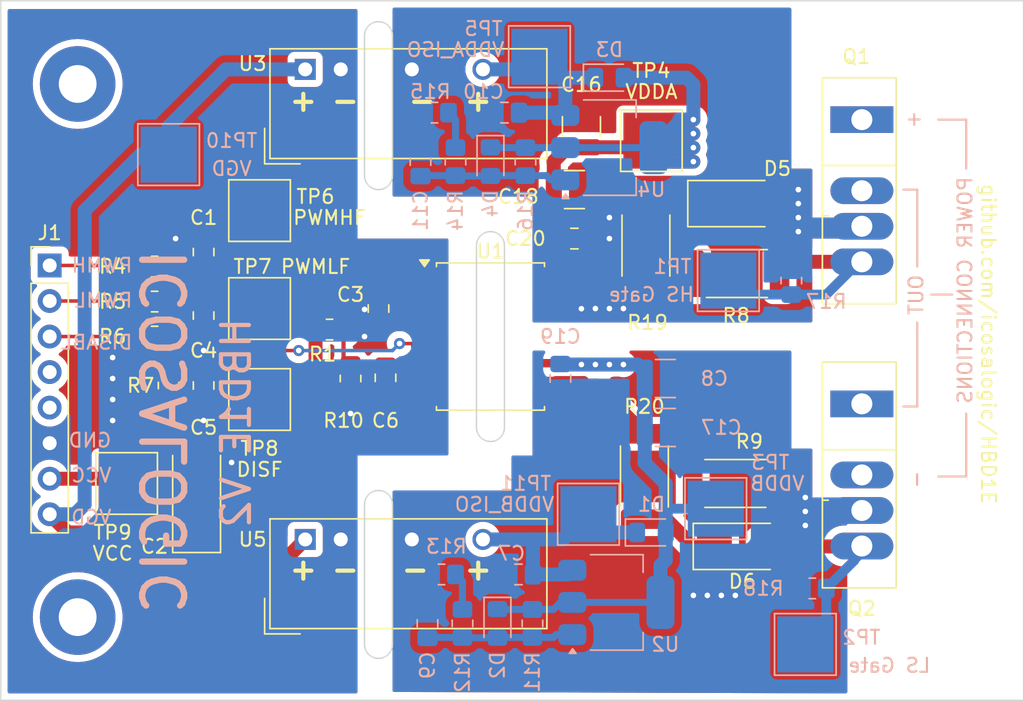
<source format=kicad_pcb>
(kicad_pcb (version 20240108) (generator "pcbnew") (generator_version "8.0")
  (layers (0 "F.Cu" signal) (31 "B.Cu" signal) (34 "B.Paste" user) (35 "F.Paste" user) (36 "B.SilkS" user "B.Silkscreen") (37 "F.SilkS" user "F.Silkscreen") (38 "B.Mask" user) (39 "F.Mask" user) (44 "Edge.Cuts" user))
  (net 0 "")
  (net 1 "GND")
  (net 2 "PWMHF")
  (net 3 "Vcc")
  (net 4 "PWMLF")
  (net 5 "DisableF")
  (net 6 "Net-(U1-DT)")
  (net 7 "Vgd")
  (net 8 "VDDB")
  (net 9 "Net-(D2-A)")
  (net 10 "Line Out")
  (net 11 "Net-(D3-K)")
  (net 12 "Net-(D4-A)")
  (net 13 "VDDA")
  (net 14 "Net-(D5-K)")
  (net 15 "Net-(D6-K)")
  (net 16 "PWML")
  (net 17 "Disable")
  (net 18 "PWMH")
  (net 19 "Unused1")
  (net 20 "Batt High")
  (net 21 "OUTA")
  (net 22 "OUTB")
  (net 23 "Net-(R12-Pad1)")
  (net 24 "Net-(R14-Pad1)")
  (net 26 "Net-(D1-K)")
  (net 27 "VSSB")
  (net 28 "Unused2")
  (net 29 "VSSA")
  (net 30 "Batt Low")
  (net 31 "GateA")
  (net 32 "GateB")
  (footprint "TestPoint:TestPoint_Pad_4.0x4.0mm" (layer "F.Cu") (at 85 50.5)
    (property "Reference" "TP4")
    (property "Value" "VDDA")
  )
  (footprint "MountingHole:MountingHole_2.7mm_M2.5_Pad_TopBottom" (layer "F.Cu") (at 44 84.55)
    (property "Reference" "H2" (hide yes))
    (property "Value" "MountingHole" (hide yes))
  )
  (footprint "Package_TO_SOT_THT:TO-247-4_Vertical" (layer "F.Cu") (at 100.04 49 -90)
    (property "Reference" "Q1")
    (property "Value" "C3M0030090K" (hide yes))
  )
  (footprint "Capacitor_SMD:C_0805_2012Metric_Pad1.18x1.45mm_HandSolder" (layer "F.Cu") (at 53 68 -90)
    (property "Reference" "C5")
    (property "Value" "1nF" (hide yes))
  )
  (footprint "Capacitor_Tantalum_SMD:CP_EIA-6032-20_AVX-F_Pad2.25x2.35mm_HandSolder" (layer "F.Cu") (at 52.5 76 90)
    (property "Reference" "C2")
    (property "Value" "2.2uF" (hide yes))
  )
  (footprint "Resistor_SMD:R_0805_2012Metric_Pad1.20x1.40mm_HandSolder" (layer "F.Cu") (at 49.5 64.5 180)
    (property "Reference" "R6")
    (property "Value" "47" (hide yes))
  )
  (footprint "Package_TO_SOT_THT:TO-247-4_Vertical" (layer "F.Cu") (at 100.04 69.31 -90)
    (property "Reference" "Q2")
    (property "Value" "C3M0030090K" (hide yes))
  )
  (footprint "MountingHole:MountingHole_2.7mm_M2.5_Pad_TopBottom" (layer "F.Cu") (at 44 46.45)
    (property "Reference" "H1" (hide yes))
    (property "Value" "MountingHole" (hide yes))
  )
  (footprint "Diode_SMD:D_SMA" (layer "F.Cu") (at 91.11 55)
    (property "Reference" "D5")
    (property "Value" "US1B" (hide yes))
  )
  (footprint "TestPoint:TestPoint_Pad_4.0x4.0mm" (layer "F.Cu") (at 47.5 75)
    (property "Reference" "TP9")
    (property "Value" "VCC")
  )
  (footprint "TestPoint:TestPoint_Pad_4.0x4.0mm" (layer "F.Cu") (at 57 55.5)
    (property "Reference" "TP6")
    (property "Value" "PWMHF")
  )
  (footprint "Resistor_SMD:R_0805_2012Metric_Pad1.20x1.40mm_HandSolder" (layer "F.Cu") (at 49.5 62 180)
    (property "Reference" "R5")
    (property "Value" "47" (hide yes))
  )
  (footprint "Resistor_SMD:R_2512_6332Metric_Pad1.40x3.35mm_HandSolder" (layer "F.Cu") (at 91 75 180)
    (property "Reference" "R9")
    (property "Value" "2" (hide yes))
  )
  (footprint "Diode_SMD:D_SMA" (layer "F.Cu") (at 91.5 79.5)
    (property "Reference" "D6")
    (property "Value" "US1B" (hide yes))
  )
  (footprint "TestPoint:TestPoint_Pad_4.0x4.0mm" (layer "F.Cu") (at 57 62.5)
    (property "Reference" "TP7")
    (property "Value" "PWMLF")
  )
  (footprint "Resistor_SMD:R_2512_6332Metric_Pad1.40x3.35mm_HandSolder" (layer "F.Cu") (at 84.61 58 -90)
    (property "Reference" "R19")
    (property "Value" "2" (hide yes))
  )
  (footprint "Capacitor_SMD:C_0805_2012Metric_Pad1.18x1.45mm_HandSolder" (layer "F.Cu") (at 53 58.4625 90)
    (property "Reference" "C1")
    (property "Value" "33pF" (hide yes))
  )
  (footprint "Capacitor_SMD:C_0805_2012Metric" (layer "F.Cu") (at 66 67.45 90)
    (property "Reference" "C6")
    (property "Value" "2.2nF" (hide yes))
  )
  (footprint "Capacitor_SMD:C_0805_2012Metric_Pad1.18x1.45mm_HandSolder" (layer "F.Cu") (at 53 63 -90)
    (property "Reference" "C4")
    (property "Value" "33pF" (hide yes))
  )
  (footprint "Converter_DCDC:Converter_DCDC_TRACO_TBA2-xxxx_Single_THT" (layer "F.Cu") (at 60.2625 79 90)
    (property "Reference" "U5")
    (property "Value" "3S7B-2424S3UP" (hide yes))
  )
  (footprint "Resistor_SMD:R_0805_2012Metric_Pad1.20x1.40mm_HandSolder" (layer "F.Cu") (at 63.5 67.5 -90)
    (property "Reference" "R10")
    (property "Value" "3.9k" (hide yes))
  )
  (footprint "Capacitor_SMD:C_0805_2012Metric_Pad1.18x1.45mm_HandSolder" (layer "F.Cu") (at 65.5 62.5 -90)
    (property "Reference" "C3")
    (property "Value" "0.1uF" (hide yes))
  )
  (footprint "Capacitor_SMD:C_1210_3225Metric" (layer "F.Cu") (at 80 49.5 90)
    (property "Reference" "C16")
    (property "Value" "4.7uF" (hide yes))
  )
  (footprint "MountingHole:MountingHole_2.7mm" (layer "F.Cu") (at 107.66 84.55)
    (property "Reference" "H4" (hide yes))
    (property "Value" "MountingHole" (hide yes))
  )
  (footprint "Resistor_SMD:R_2512_6332Metric_Pad1.40x3.35mm_HandSolder" (layer "F.Cu") (at 84.5 74.5 90)
    (property "Reference" "R20")
    (property "Value" "2" (hide yes))
  )
  (footprint "Capacitor_SMD:C_1210_3225Metric" (layer "F.Cu") (at 79.5 54)
    (property "Reference" "C18")
    (property "Value" "4.7uF" (hide yes))
  )
  (footprint "MountingHole:MountingHole_2.7mm" (layer "F.Cu") (at 107.66 46.45)
    (property "Reference" "H3" (hide yes))
    (property "Value" "MountingHole" (hide yes))
  )
  (footprint "Connector_PinHeader_2.54mm:PinHeader_1x08_P2.54mm_Vertical" (layer "F.Cu") (at 42 59.42)
    (property "Reference" "J1")
    (property "Value" "Conn_01x08_Male" (hide yes))
  )
  (footprint "Capacitor_SMD:C_0805_2012Metric_Pad1.18x1.45mm_HandSolder" (layer "F.Cu") (at 79.5 57.5)
    (property "Reference" "C20")
    (property "Value" "0.1uF" (hide yes))
  )
  (footprint "HBD1E:SOIC-16W_7.5x10.3mm_P1.27mm_no_pins_12_13" (layer "F.Cu") (at 73.5 64.5)
    (property "Reference" "U1")
    (property "Value" "UCC21520DW")
  )
  (footprint "Converter_DCDC:Converter_DCDC_TRACO_TBA2-xxxx_Single_THT" (layer "F.Cu") (at 60.2625 45.4075 90)
    (property "Reference" "U3")
    (property "Value" "3S7B-2424S3UP" (hide yes))
  )
  (footprint "Resistor_SMD:R_0805_2012Metric_Pad1.20x1.40mm_HandSolder" (layer "F.Cu") (at 50.5 68 -90)
    (property "Reference" "R7")
    (property "Value" "10k" (hide yes))
  )
  (footprint "Resistor_SMD:R_0805_2012Metric_Pad1.20x1.40mm_HandSolder" (layer "F.Cu") (at 62 64 180)
    (property "Reference" "R1")
    (property "Value" "47" (hide yes))
  )
  (footprint "TestPoint:TestPoint_Pad_4.0x4.0mm" (layer "F.Cu") (at 57 69)
    (property "Reference" "TP8")
    (property "Value" "DISF")
  )
  (footprint "Resistor_SMD:R_0805_2012Metric_Pad1.20x1.40mm_HandSolder" (layer "F.Cu") (at 49.5 59.5 180)
    (property "Reference" "R4")
    (property "Value" "47" (hide yes))
  )
  (footprint "Resistor_SMD:R_2512_6332Metric_Pad1.40x3.35mm_HandSolder" (layer "F.Cu") (at 91.11 60 180)
    (property "Reference" "R8")
    (property "Value" "2" (hide yes))
  )
  (footprint "TestPoint:TestPoint_Pad_4.0x4.0mm" (layer "B.Cu") (at 96 86.5 180)
    (property "Reference" "TP2")
    (property "Value" "LS Gate")
  )
  (footprint "TestPoint:TestPoint_Pad_4.0x4.0mm" (layer "B.Cu") (at 90.5 60.5 180)
    (property "Reference" "TP1")
    (property "Value" "HS Gate")
  )
  (footprint "Resistor_SMD:R_0805_2012Metric_Pad1.20x1.40mm_HandSolder" (layer "B.Cu") (at 76.5 85 90)
    (property "Reference" "R11")
    (property "Value" "180" (hide yes))
  )
  (footprint "Resistor_SMD:R_0805_2012Metric_Pad1.20x1.40mm_HandSolder" (layer "B.Cu") (at 71 52 -90)
    (property "Reference" "R14")
    (property "Value" "1.2k" (hide yes))
  )
  (footprint "Capacitor_SMD:C_0805_2012Metric_Pad1.18x1.45mm_HandSolder" (layer "B.Cu") (at 69 85 90)
    (property "Reference" "C9")
    (property "Value" "0.1uF" (hide yes))
  )
  (footprint "Resistor_SMD:R_0805_2012Metric_Pad1.20x1.40mm_HandSolder" (layer "B.Cu") (at 95 60.5 -90)
    (property "Reference" "R17")
    (property "Value" "10k" (hide yes))
  )
  (footprint "Capacitor_SMD:C_0805_2012Metric_Pad1.18x1.45mm_HandSolder" (layer "B.Cu") (at 74.5 48.5 180)
    (property "Reference" "C10")
    (property "Value" "0.1uF" (hide yes))
  )
  (footprint "Resistor_SMD:R_0805_2012Metric_Pad1.20x1.40mm_HandSolder" (layer "B.Cu") (at 70 81.5)
    (property "Reference" "R13")
    (property "Value" "1.21k" (hide yes))
  )
  (footprint "Capacitor_SMD:C_0805_2012Metric_Pad1.18x1.45mm_HandSolder" (layer "B.Cu") (at 75.5 81.5 180)
    (property "Reference" "C7")
    (property "Value" "0.1uF" (hide yes))
  )
  (footprint "Capacitor_SMD:C_0805_2012Metric_Pad1.18x1.45mm_HandSolder" (layer "B.Cu") (at 78.5 67.5 -90)
    (property "Reference" "C19")
    (property "Value" "0.1uF" (hide yes))
  )
  (footprint "Resistor_SMD:R_0805_2012Metric_Pad1.20x1.40mm_HandSolder" (layer "B.Cu") (at 96.5 82.5)
    (property "Reference" "R18")
    (property "Value" "10k" (hide yes))
  )
  (footprint "Package_TO_SOT_SMD:SOT-223-3_TabPin2" (layer "B.Cu") (at 82.5 83.5)
    (property "Reference" "U2")
    (property "Value" "LM317_SOT-223" (hide yes))
  )
  (footprint "Capacitor_SMD:C_1210_3225Metric" (layer "B.Cu") (at 86 71)
    (property "Reference" "C17")
    (property "Value" "4.7uF" (hide yes))
  )
  (footprint "Diode_SMD:D_0805_2012Metric_Pad1.15x1.40mm_HandSolder" (layer "B.Cu") (at 73.5 52 -90)
    (property "Reference" "D4")
    (property "Value" "US1B" (hide yes))
  )
  (footprint "TestPoint:TestPoint_Pad_4.0x4.0mm" (layer "B.Cu") (at 50.5 51.5 180)
    (property "Reference" "TP10")
    (property "Value" "VGD")
  )
  (footprint "Resistor_SMD:R_0805_2012Metric_Pad1.20x1.40mm_HandSolder" (layer "B.Cu") (at 69.5 48.5)
    (property "Reference" "R15")
    (property "Value" "1.21k" (hide yes))
  )
  (footprint "Resistor_SMD:R_0805_2012Metric_Pad1.20x1.40mm_HandSolder" (layer "B.Cu") (at 76 52 90)
    (property "Reference" "R16")
    (property "Value" "180" (hide yes))
  )
  (footprint "Diode_SMD:D_0805_2012Metric_Pad1.15x1.40mm_HandSolder" (layer "B.Cu") (at 85 78.5)
    (property "Reference" "D1")
    (property "Value" "US1B" (hide yes))
  )
  (footprint "Package_TO_SOT_SMD:SOT-223-3_TabPin2" (layer "B.Cu") (at 82 51)
    (property "Reference" "U4")
    (property "Value" "LM317_SOT-223" (hide yes))
  )
  (footprint "TestPoint:TestPoint_Pad_4.0x4.0mm" (layer "B.Cu") (at 77 44.5 180)
    (property "Reference" "TP5")
    (property "Value" "VDDA_ISO")
  )
  (footprint "Capacitor_SMD:C_1210_3225Metric" (layer "B.Cu") (at 86 67.5)
    (property "Reference" "C8")
    (property "Value" "4.7uF" (hide yes))
  )
  (footprint "Diode_SMD:D_0805_2012Metric_Pad1.15x1.40mm_HandSolder" (layer "B.Cu") (at 82 46)
    (property "Reference" "D3")
    (property "Value" "US1B" (hide yes))
  )
  (footprint "Resistor_SMD:R_0805_2012Metric_Pad1.20x1.40mm_HandSolder" (layer "B.Cu") (at 71.5 85 -90)
    (property "Reference" "R12")
    (property "Value" "1.2k" (hide yes))
  )
  (footprint "Diode_SMD:D_0805_2012Metric_Pad1.15x1.40mm_HandSolder" (layer "B.Cu") (at 74 85 -90)
    (property "Reference" "D2")
    (property "Value" "US1B" (hide yes))
  )
  (footprint "TestPoint:TestPoint_Pad_4.0x4.0mm" (layer "B.Cu") (at 89.6 76.8 180)
    (property "Reference" "TP3")
    (property "Value" "VDDB")
  )
  (footprint "Capacitor_SMD:C_0805_2012Metric_Pad1.18x1.45mm_HandSolder" (layer "B.Cu") (at 68.5 52 90)
    (property "Reference" "C11")
    (property "Value" "0.1uF" (hide yes))
  )
  (footprint "TestPoint:TestPoint_Pad_4.0x4.0mm" (layer "B.Cu") (at 80.5 77.2 180)
    (property "Reference" "TP11")
    (property "Value" "VDDB_ISO")
  )
  (gr_line (start 104 54) (end 103 54) (stroke (width 0.15)) (layer "B.SilkS"))
  (gr_line (start 107.5 52.5) (end 107.5 49) (stroke (width 0.15)) (layer "B.SilkS"))
  (gr_line (start 104 59.5) (end 104 54) (stroke (width 0.15)) (layer "B.SilkS"))
  (gr_line (start 106.5 61.5) (end 105 61.5) (stroke (width 0.15)) (layer "B.SilkS"))
  (gr_line (start 104 63.5) (end 104 69.5) (stroke (width 0.15)) (layer "B.SilkS"))
  (gr_line (start 107.5 74.5) (end 105.5 74.5) (stroke (width 0.15)) (layer "B.SilkS"))
  (gr_line (start 107.5 49) (end 105.5 49) (stroke (width 0.15)) (layer "B.SilkS"))
  (gr_line (start 104 69.5) (end 103 69.5) (stroke (width 0.15)) (layer "B.SilkS"))
  (gr_line (start 107.5 70) (end 107.5 74.5) (stroke (width 0.15)) (layer "B.SilkS"))
  (gr_line (start 64.5 76.5) (end 64.5 86.5) (stroke (width 0.1)) (layer "Edge.Cuts"))
  (gr_arc (start 74.5 71) (mid 73.5 72) (end 72.5 71) (stroke (width 0.1)) (layer "Edge.Cuts"))
  (gr_line (start 64.5 43) (end 64.5 53) (stroke (width 0.1)) (layer "Edge.Cuts"))
  (gr_line (start 74.5 71) (end 74.5 58) (stroke (width 0.1)) (layer "Edge.Cuts"))
  (gr_arc (start 72.5 58) (mid 73.5 57) (end 74.5 58) (stroke (width 0.1)) (layer "Edge.Cuts"))
  (gr_arc (start 66.5 86.5) (mid 65.5 87.5) (end 64.5 86.5) (stroke (width 0.1)) (layer "Edge.Cuts"))
  (gr_line (start 66.5 53) (end 66.5 43) (stroke (width 0.1)) (layer "Edge.Cuts"))
  (gr_line (start 72.5 58) (end 72.5 71) (stroke (width 0.1)) (layer "Edge.Cuts"))
  (gr_rect (start 38.5 40.5) (end 111.6 90.5) (stroke (width 0.1)) (fill none) (layer "Edge.Cuts"))
  (gr_arc (start 66.5 53) (mid 65.5 54) (end 64.5 53) (stroke (width 0.1)) (layer "Edge.Cuts"))
  (gr_arc (start 64.5 43) (mid 65.5 42) (end 66.5 43) (stroke (width 0.1)) (layer "Edge.Cuts"))
  (gr_arc (start 64.5 76.5) (mid 65.5 75.5) (end 66.5 76.5) (stroke (width 0.1)) (layer "Edge.Cuts"))
  (gr_line (start 66.5 86.5) (end 66.5 76.5) (stroke (width 0.1)) (layer "Edge.Cuts"))
  (gr_text "OUT" (at 104.5 60 90) (layer "B.SilkS") (effects (font (size 1 1)) (justify left bottom mirror)))
  (gr_text "VGD" (at 46.5 78 0) (layer "B.SilkS") (effects (font (size 1 1)) (justify left bottom mirror)))
  (gr_text "ICOSALOGIC" (at 52 58 90) (layer "B.SilkS") (effects (font (size 3 3) (thickness 0.45)) (justify left bottom mirror)))
  (gr_text "PWML" (at 48 62.5 0) (layer "B.SilkS") (effects (font (size 1 1)) (justify left bottom mirror)))
  (gr_text "DISABL" (at 48 65.5 0) (layer "B.SilkS") (effects (font (size 1 1)) (justify left bottom mirror)))
  (gr_text "-" (at 104.5 74 90) (layer "B.SilkS") (effects (font (size 1 1)) (justify left bottom mirror)))
  (gr_text "GND" (at 46.5 72.5 0) (layer "B.SilkS") (effects (font (size 1 1)) (justify left bottom mirror)))
  (gr_text "POWER CONNECTIONS" (at 108 53 90) (layer "B.SilkS") (effects (font (size 1 1)) (justify left bottom mirror)))
  (gr_text "VCC" (at 46.5 75 0) (layer "B.SilkS") (effects (font (size 1 1)) (justify left bottom mirror)))
  (gr_text "+" (at 104.5 49.5 0) (layer "B.SilkS") (effects (font (size 1 1)) (justify left bottom mirror)))
  (gr_text "PWMH" (at 48 60 0) (layer "B.SilkS") (effects (font (size 1 1)) (justify left bottom mirror)))
  (gr_text "HBD1E V2" (at 56.5 63 90) (layer "B.SilkS") (effects (font (size 2 2) (thickness 0.3)) (justify left bottom mirror)))
  (gr_text "+" (at 59 48.5 0) (layer "F.SilkS") (effects (font (size 1.5 1.5) (thickness 0.3) (bold yes)) (justify left bottom)))
  (gr_text "+" (at 59 82 0) (layer "F.SilkS") (effects (font (size 1.5 1.5) (thickness 0.3) (bold yes)) (justify left bottom)))
  (gr_text "-" (at 62 82 0) (layer "F.SilkS") (effects (font (size 1.5 1.5) (thickness 0.3) (bold yes)) (justify left bottom)))
  (gr_text "+" (at 71.5 48.5 0) (layer "F.SilkS") (effects (font (size 1.5 1.5) (thickness 0.3) (bold yes)) (justify left bottom)))
  (gr_text "github.com/icosalogic/HBD1E" (at 108.5 53.5 270) (layer "F.SilkS") (effects (font (size 1 1)) (justify left bottom)))
  (gr_text "-" (at 62 48.5 0) (layer "F.SilkS") (effects (font (size 1.5 1.5) (thickness 0.3) (bold yes)) (justify left bottom)))
  (gr_text "+" (at 71.5 82 0) (layer "F.SilkS") (effects (font (size 1.5 1.5) (thickness 0.3) (bold yes)) (justify left bottom)))
  (gr_text "-" (at 67 82 0) (layer "F.SilkS") (effects (font (size 1.5 1.5) (thickness 0.3) (bold yes)) (justify left bottom)))
  (gr_text "-" (at 67.5 48.5 0) (layer "F.SilkS") (effects (font (size 1.5 1.5) (thickness 0.3) (bold yes)) (justify left bottom)))
  (segment (start 68.85 63.865) (end 65.8275 63.865) (width 0.5) (layer "F.Cu") (net 1))
  (segment (start 65.475 63.5375) (end 64.5 62.5625) (width 0.5) (layer "F.Cu") (net 1))
  (segment (start 53 57.425) (end 53.075 57.425) (width 0.25) (layer "F.Cu") (net 1))
  (segment (start 63.5 68.5) (end 63.5 70) (width 0.25) (layer "F.Cu") (net 1))
  (segment (start 46.5 70.5) (end 46.5 69) (width 1) (layer "F.Cu") (net 1))
  (segment (start 51.075 57.425) (end 51 57.5) (width 0.5) (layer "F.Cu") (net 1))
  (segment (start 46.5 69) (end 46.5 67.5) (width 1) (layer "F.Cu") (net 1))
  (segment (start 53 64.0375) (end 53 65.5) (width 0.25) (layer "F.Cu") (net 1))
  (segment (start 65.5 63.5375) (end 65.4625 63.5375) (width 0.5) (layer "F.Cu") (net 1))
  (segment (start 53 57.425) (end 51.075 57.425) (width 0.5) (layer "F.Cu") (net 1))
  (segment (start 43.38 72.12) (end 45 70.5) (width 1) (layer "F.Cu") (net 1))
  (segment (start 65.8275 63.865) (end 65.5 63.5375) (width 0.5) (layer "F.Cu") (net 1))
  (segment (start 53 69.0375) (end 53 70.5) (width 0.25) (layer "F.Cu") (net 1))
  (segment (start 63.6 68.4) (end 63.5 68.5) (width 0.25) (layer "F.Cu") (net 1))
  (segment (start 52.5 71) (end 53 70.5) (width 1) (layer "F.Cu") (net 1))
  (segment (start 46.5 67.5) (end 46.5 66) (width 1) (layer "F.Cu") (net 1))
  (segment (start 65.4625 63.5375) (end 64.5 64.5) (width 0.5) (layer "F.Cu") (net 1))
  (segment (start 45 70.5) (end 46.5 70.5) (width 1) (layer "F.Cu") (net 1))
  (segment (start 66 68.4) (end 63.6 68.4) (width 0.25) (layer "F.Cu") (net 1))
  (segment (start 52.5 73.45) (end 54.95 73.45) (width 1) (layer "F.Cu") (net 1))
  (segment (start 42 72.12) (end 43.38 72.12) (width 1) (layer "F.Cu") (net 1))
  (segment (start 54.95 73.45) (end 55 73.5) (width 1) (layer "F.Cu") (net 1))
  (segment (start 52.5 73.45) (end 52.5 71) (width 1) (layer "F.Cu") (net 1))
  (segment (start 65.5 63.5375) (end 65.475 63.5375) (width 0.5) (layer "F.Cu") (net 1))
  (via (at 63.5 70) (size 0.8) (drill 0.4) (layers "F.Cu" "B.Cu") (net 1))
  (via (at 64.5 62.5625) (size 0.8) (drill 0.4) (layers "F.Cu" "B.Cu") (net 1))
  (via (at 55 73.5) (size 0.8) (drill 0.4) (layers "F.Cu" "B.Cu") (net 1))
  (via (at 46.5 66) (size 0.8) (drill 0.4) (layers "F.Cu" "B.Cu") (net 1))
  (via (at 51 57.5) (size 0.8) (drill 0.4) (layers "F.Cu" "B.Cu") (net 1))
  (via (at 46.5 69) (size 0.8) (drill 0.4) (layers "F.Cu" "B.Cu") (net 1))
  (via (at 46.5 70.5) (size 0.8) (drill 0.4) (layers "F.Cu" "B.Cu") (net 1))
  (via (at 53 65.5) (size 0.8) (drill 0.4) (layers "F.Cu" "B.Cu") (net 1))
  (via (at 46.5 67.5) (size 0.8) (drill 0.4) (layers "F.Cu" "B.Cu") (net 1))
  (via (at 64.5 64.5) (size 0.8) (drill 0.4) (layers "F.Cu" "B.Cu") (net 1))
  (via (at 53 70.5) (size 0.8) (drill 0.4) (layers "F.Cu" "B.Cu") (net 1))
  (segment (start 57 58.5) (end 66 58.5) (width 0.25) (layer "F.Cu") (net 2))
  (segment (start 54.5 58.5) (end 57 58.5) (width 0.25) (layer "F.Cu") (net 2))
  (segment (start 53.5 59.5) (end 54.5 58.5) (width 0.25) (layer "F.Cu") (net 2))
  (segment (start 66 58.5) (end 67.555 60.055) (width 0.25) (layer "F.Cu") (net 2))
  (segment (start 67.555 60.055) (end 68.85 60.055) (width 0.25) (layer "F.Cu") (net 2))
  (segment (start 53 59.5) (end 53.5 59.5) (width 0.25) (layer "F.Cu") (net 2))
  (segment (start 50.5 59.5) (end 53 59.5) (width 0.25) (layer "F.Cu") (net 2))
  (segment (start 57 55.5) (end 57 58.5) (width 0.25) (layer "F.Cu") (net 2))
  (segment (start 67.595 62.595) (end 66.4625 61.4625) (width 0.5) (layer "F.Cu") (net 3))
  (segment (start 49 70.5) (end 50.5 69) (width 1) (layer "F.Cu") (net 3))
  (segment (start 68.85 68.945) (end 68.85 71.65) (width 1) (layer "F.Cu") (net 3))
  (segment (start 68.5 72) (end 61.5 72) (width 1) (layer "F.Cu") (net 3))
  (segment (start 61 71.5) (end 61 71) (width 1) (layer "F.Cu") (net 3))
  (segment (start 68.85 71.65) (end 68.5 72) (width 1) (layer "F.Cu") (net 3))
  (segment (start 50.05 78.55) (end 52.5 78.55) (width 1) (layer "F.Cu") (net 3))
  (segment (start 47.5 75) (end 49 73.5) (width 1) (layer "F.Cu") (net 3))
  (segment (start 47.5 75) (end 47.5 76) (width 1) (layer "F.Cu") (net 3))
  (segment (start 52.5 78.55) (end 53.95 78.55) (width 1) (layer "F.Cu") (net 3))
  (segment (start 47.16 74.66) (end 47.5 75) (width 1) (layer "F.Cu") (net 3))
  (segment (start 66.4625 61.4625) (end 65.5 61.4625) (width 0.5) (layer "F.Cu") (net 3))
  (segment (start 49 73.5) (end 49 70.5) (width 1) (layer "F.Cu") (net 3))
  (segment (start 63.0375 61.4625) (end 65.5 61.4625) (width 1) (layer "F.Cu") (net 3))
  (segment (start 53.95 78.55) (end 61 71.5) (width 1) (layer "F.Cu") (net 3))
  (segment (start 61 71) (end 61 63.5) (width 1) (layer "F.Cu") (net 3))
  (segment (start 61.5 72) (end 61 71.5) (width 1) (layer "F.Cu") (net 3))
  (segment (start 47.5 76) (end 50.05 78.55) (width 1) (layer "F.Cu") (net 3))
  (segment (start 42 74.66) (end 47.16 74.66) (width 1) (layer "F.Cu") (net 3))
  (segment (start 61 63.5) (end 63.0375 61.4625) (width 1) (layer "F.Cu") (net 3))
  (segment (start 68.85 62.595) (end 67.595 62.595) (width 0.5) (layer "F.Cu") (net 3))
  (segment (start 52.9625 62) (end 53 61.9625) (width 0.25) (layer "F.Cu") (net 4))
  (segment (start 53 61.9625) (end 56.4625 61.9625) (width 0.25) (layer "F.Cu") (net 4))
  (segment (start 50.5 62) (end 52.9625 62) (width 0.25) (layer "F.Cu") (net 4))
  (segment (start 57 62.5) (end 57.5 62.5) (width 0.25) (layer "F.Cu") (net 4))
  (segment (start 57 62.5) (end 60 59.5) (width 0.25) (layer "F.Cu") (net 4))
  (segment (start 66 59.5) (end 67.825 61.325) (width 0.25) (layer "F.Cu") (net 4))
  (segment (start 60 59.5) (end 66 59.5) (width 0.25) (layer "F.Cu") (net 4))
  (segment (start 56.4625 61.9625) (end 57 62.5) (width 0.25) (layer "F.Cu") (net 4))
  (segment (start 67.825 61.325) (end 68.85 61.325) (width 0.25) (layer "F.Cu") (net 4))
  (segment (start 57 66.5) (end 57.5 66) (width 0.25) (layer "F.Cu") (net 5))
  (segment (start 51.5375 66.9625) (end 53 66.9625) (width 0.25) (layer "F.Cu") (net 5))
  (segment (start 54.9625 66.9625) (end 57 69) (width 0.5) (layer "F.Cu") (net 5))
  (segment (start 68.715 65) (end 68.85 65.135) (width 0.25) (layer "F.Cu") (net 5))
  (segment (start 50.5 64.5) (end 50.5 67) (width 0.25) (layer "F.Cu") (net 5))
  (segment (start 57 69) (end 57 66.5) (width 0.25) (layer "F.Cu") (net 5))
  (segment (start 50.5 67) (end 51.5 67) (width 0.25) (layer "F.Cu") (net 5))
  (segment (start 67 65) (end 68.715 65) (width 0.25) (layer "F.Cu") (net 5))
  (segment (start 53 66.9625) (end 54.9625 66.9625) (width 0.5) (layer "F.Cu") (net 5))
  (segment (start 57.5 66) (end 58 65.5) (width 0.25) (layer "F.Cu") (net 5))
  (segment (start 51.5 67) (end 51.5375 66.9625) (width 0.25) (layer "F.Cu") (net 5))
  (segment (start 58 65.5) (end 59.8 65.5) (width 0.25) (layer "F.Cu") (net 5))
  (via (at 59.8 65.5) (size 0.8) (drill 0.4) (layers "F.Cu" "B.Cu") (net 5))
  (via (at 67 65) (size 0.8) (drill 0.4) (layers "F.Cu" "B.Cu") (net 5))
  (segment (start 66.5 65.5) (end 67 65) (width 0.25) (layer "B.Cu") (net 5))
  (segment (start 59.8 65.5) (end 66.5 65.5) (width 0.25) (layer "B.Cu") (net 5))
  (segment (start 63 64) (end 63 66) (width 0.3) (layer "F.Cu") (net 6))
  (segment (start 63 66) (end 63.5 66.5) (width 0.3) (layer "F.Cu") (net 6))
  (segment (start 68.85 66.405) (end 66.095 66.405) (width 0.25) (layer "F.Cu") (net 6))
  (segment (start 66 66.5) (end 63.5 66.5) (width 0.25) (layer "F.Cu") (net 6))
  (segment (start 66.095 66.405) (end 66 66.5) (width 0.25) (layer "F.Cu") (net 6))
  (segment (start 57.7625 81.5) (end 60.2625 79) (width 1) (layer "F.Cu") (net 7))
  (segment (start 49.5 81.5) (end 57.7625 81.5) (width 1) (layer "F.Cu") (net 7))
  (segment (start 43.3 78.5) (end 46.5 78.5) (width 1) (layer "F.Cu") (net 7))
  (segment (start 42 77.2) (end 43.3 78.5) (width 1) (layer "F.Cu") (net 7))
  (segment (start 46.5 78.5) (end 49.5 81.5) (width 1) (layer "F.Cu") (net 7))
  (segment (start 54.5925 45.4075) (end 60.2625 45.4075) (width 1) (layer "B.Cu") (net 7))
  (segment (start 50.5 49.5) (end 50.5 51.5) (width 1) (layer "B.Cu") (net 7))
  (segment (start 43.8 77.2) (end 44.5 76.5) (width 1) (layer "B.Cu") (net 7))
  (segment (start 44.5 76.5) (end 44.5 55.5) (width 1) (layer "B.Cu") (net 7))
  (segment (start 54.5925 45.4075) (end 50.5 49.5) (width 1) (layer "B.Cu") (net 7))
  (segment (start 44.5 55.5) (end 48.5 51.5) (width 1) (layer "B.Cu") (net 7))
  (segment (start 48.5 51.5) (end 50.5 51.5) (width 1) (layer "B.Cu") (net 7))
  (segment (start 42 77.2) (end 43.8 77.2) (width 1) (layer "B.Cu") (net 7))
  (segment (start 81 66.5) (end 82 66.5) (width 0.7) (layer "F.Cu") (net 8))
  (segment (start 78.15 66.405) (end 79.905 66.405) (width 0.7) (layer "F.Cu") (net 8))
  (segment (start 79.905 66.405) (end 80 66.5) (width 0.7) (layer "F.Cu") (net 8))
  (segment (start 82 66.5) (end 83 66.5) (width 0.7) (layer "F.Cu") (net 8))
  (segment (start 80 66.5) (end 81 66.5) (width 0.7) (layer "F.Cu") (net 8))
  (via (at 83 66.5) (size 0.8) (drill 0.4) (layers "F.Cu" "B.Cu") (net 8))
  (via (at 80 66.5) (size 0.8) (drill 0.4) (layers "F.Cu" "B.Cu") (net 8))
  (via (at 81 66.5) (size 0.8) (drill 0.4) (layers "F.Cu" "B.Cu") (net 8))
  (via (at 82 66.5) (size 0.8) (drill 0.4) (layers "F.Cu" "B.Cu") (net 8))
  (segment (start 76.5 84) (end 74.025 84) (width 0.5) (layer "B.Cu") (net 8))
  (segment (start 85.65 83.5) (end 79.35 83.5) (width 0.5) (layer "B.Cu") (net 8))
  (segment (start 86.025 75.025) (end 84.5 73.5) (width 1) (layer "B.Cu") (net 8))
  (segment (start 84 66.5) (end 80 66.5) (width 1) (layer "B.Cu") (net 8))
  (segment (start 89.6 76.8) (end 86.025 76.8) (width 0.7) (layer "B.Cu") (net 8))
  (segment (start 84.525 67.5) (end 84.525 67.025) (width 1) (layer "B.Cu") (net 8))
  (segment (start 86.025 80.475) (end 86.025 78.5) (width 1) (layer "B.Cu") (net 8))
  (segment (start 78.5375 66.5) (end 78.5 66.4625) (width 1) (layer "B.Cu") (net 8))
  (segment (start 84.525 73.475) (end 84.525 71) (width 1) (layer "B.Cu") (net 8))
  (segment (start 84.525 71) (end 84.525 67.5) (width 1) (layer "B.Cu") (net 8))
  (segment (start 78.5 83.5) (end 78 84) (width 0.5) (layer "B.Cu") (net 8))
  (segment (start 86.025 76.8) (end 86.025 75.025) (width 1) (layer "B.Cu") (net 8))
  (segment (start 74.025 84) (end 74 83.975) (width 0.5) (layer "B.Cu") (net 8))
  (segment (start 79.35 83.5) (end 78.5 83.5) (width 0.5) (layer "B.Cu") (net 8))
  (segment (start 80 66.5) (end 78.5375 66.5) (width 1) (layer "B.Cu") (net 8))
  (segment (start 84.525 67.025) (end 84 66.5) (width 1) (layer "B.Cu") (net 8))
  (segment (start 78 84) (end 76.5 84) (width 0.5) (layer "B.Cu") (net 8))
  (segment (start 85.65 80.85) (end 86.025 80.475) (width 1) (layer "B.Cu") (net 8))
  (segment (start 86.025 78.5) (end 86.025 76.8) (width 1) (layer "B.Cu") (net 8))
  (segment (start 84.5 73.5) (end 84.525 73.475) (width 1) (layer "B.Cu") (net 8))
  (segment (start 85.65 83.5) (end 85.65 80.85) (width 1) (layer "B.Cu") (net 8))
  (segment (start 74 86.025) (end 71.525 86.025) (width 0.5) (layer "B.Cu") (net 9))
  (segment (start 69.0375 86) (end 69 86.0375) (width 0.5) (layer "B.Cu") (net 9))
  (segment (start 71.5 86) (end 69.0375 86) (width 0.5) (layer "B.Cu") (net 9))
  (segment (start 79.35 85.8) (end 78.2 85.8) (width 0.5) (layer "B.Cu") (net 9))
  (segment (start 74.025 86) (end 74 86.025) (width 0.5) (layer "B.Cu") (net 9))
  (segment (start 78 86) (end 76.5 86) (width 0.5) (layer "B.Cu") (net 9))
  (segment (start 78 86) (end 78.2 85.8) (width 0.5) (layer "B.Cu") (net 9))
  (segment (start 71.525 86.025) (end 71.5 86) (width 0.5) (layer "B.Cu") (net 9))
  (segment (start 76.5 86) (end 74.025 86) (width 0.5) (layer "B.Cu") (net 9))
  (segment (start 78.5 46) (end 77 44.5) (width 1) (layer "B.Cu") (net 11))
  (segment (start 78.85 46.35) (end 77 44.5) (width 1) (layer "B.Cu") (net 11))
  (segment (start 78.65 48.5) (end 78.85 48.7) (width 1) (layer "B.Cu") (net 11))
  (segment (start 76.0925 45.4075) (end 77 44.5) (width 1) (layer "B.Cu") (net 11))
  (segment (start 72.9625 45.4075) (end 76.0925 45.4075) (width 1) (layer "B.Cu") (net 11))
  (segment (start 75.5375 45.9625) (end 77 44.5) (width 1) (layer "B.Cu") (net 11))
  (segment (start 78.85 48.7) (end 78.85 46.35) (width 1) (layer "B.Cu") (net 11))
  (segment (start 80.975 46) (end 78.5 46) (width 1) (layer "B.Cu") (net 11))
  (segment (start 75.5375 48.5) (end 78.65 48.5) (width 1) (layer "B.Cu") (net 11))
  (segment (start 71 53) (end 68.5375 53) (width 0.5) (layer "B.Cu") (net 12))
  (segment (start 73.525 53) (end 73.5 53.025) (width 0.5) (layer "B.Cu") (net 12))
  (segment (start 73.5 53.025) (end 71.025 53.025) (width 0.5) (layer "B.Cu") (net 12))
  (segment (start 77.5 53) (end 76 53) (width 0.5) (layer "B.Cu") (net 12))
  (segment (start 78.85 53.3) (end 77.8 53.3) (width 0.5) (layer "B.Cu") (net 12))
  (segment (start 77.8 53.3) (end 77.5 53) (width 0.5) (layer "B.Cu") (net 12))
  (segment (start 76 53) (end 73.525 53) (width 0.5) (layer "B.Cu") (net 12))
  (segment (start 71.025 53.025) (end 71 53) (width 0.5) (layer "B.Cu") (net 12))
  (segment (start 68.5375 53) (end 68.5 53.0375) (width 0.5) (layer "B.Cu") (net 12))
  (segment (start 78.025 56.475) (end 78.025 54) (width 1) (layer "F.Cu") (net 13))
  (segment (start 78.4625 59.7425) (end 78.15 60.055) (width 0.7) (layer "F.Cu") (net 13))
  (segment (start 78 56.5) (end 78.025 56.475) (width 1) (layer "F.Cu") (net 13))
  (segment (start 78.025 54) (end 78.025 52.025) (width 1) (layer "F.Cu") (net 13))
  (segment (start 86.5 49) (end 88 49) (width 1) (layer "F.Cu") (net 13))
  (segment (start 86.5 49) (end 85 50.5) (width 1) (layer "F.Cu") (net 13))
  (segment (start 85.5 50) (end 88 50) (width 1) (layer "F.Cu") (net 13))
  (segment (start 85.5 51) (end 88 51) (width 1) (layer "F.Cu") (net 13))
  (segment (start 86.5 52) (end 88 52) (width 1) (layer "F.Cu") (net 13))
  (segment (start 86.5 52) (end 85 50.5) (width 1) (layer "F.Cu") (net 13))
  (segment (start 84.525 50.975) (end 85 50.5) (width 1) (layer "F.Cu") (net 13))
  (segment (start 85 50.5) (end 85.5 50) (width 1) (layer "F.Cu") (net 13))
  (segment (start 78.4625 57.5) (end 78.4625 56.9625) (width 1) (layer "F.Cu") (net 13))
  (segment (start 78 52) (end 79.025 50.975) (width 1) (layer "F.Cu") (net 13))
  (segment (start 78.025 52.025) (end 78 52) (width 1) (layer "F.Cu") (net 13))
  (segment (start 85 50.5) (end 85.5 51) (width 1) (layer "F.Cu") (net 13))
  (segment (start 78.4625 57.5) (end 78.4625 59.7425) (width 0.7) (layer "F.Cu") (net 13))
  (segment (start 79.025 50.975) (end 80 50.975) (width 1) (layer "F.Cu") (net 13))
  (segment (start 80 50.975) (end 84.525 50.975) (width 1) (layer "F.Cu") (net 13))
  (segment (start 78.4625 56.9625) (end 78 56.5) (width 1) (layer "F.Cu") (net 13))
  (via (at 88 50) (size 0.8) (drill 0.4) (layers "F.Cu" "B.Cu") (net 13))
  (via (at 88 49) (size 0.8) (drill 0.4) (layers "F.Cu" "B.Cu") (net 13))
  (via (at 88 52) (size 0.8) (drill 0.4) (layers "F.Cu" "B.Cu") (net 13))
  (via (at 88 51) (size 0.8) (drill 0.4) (layers "F.Cu" "B.Cu") (net 13))
  (segment (start 85.15 51) (end 86.15 52) (width 1) (layer "B.Cu") (net 13))
  (segment (start 88 46.5) (end 88 49) (width 1) (layer "B.Cu") (net 13))
  (segment (start 86.15 52) (end 87 52) (width 1) (layer "B.Cu") (net 13))
  (segment (start 87 52) (end 88 52) (width 1) (layer "B.Cu") (net 13))
  (segment (start 87.5 46) (end 83.025 46) (width 1) (layer "B.Cu") (net 13))
  (segment (start 85.15 51) (end 88 51) (width 1) (layer "B.Cu") (net 13))
  (segment (start 85.15 51) (end 85.15 50.35) (width 1) (layer "B.Cu") (net 13))
  (segment (start 88 46.5) (end 87.5 46) (width 1) (layer "B.Cu") (net 13))
  (segment (start 73.525 51) (end 73.5 50.975) (width 0.5) (layer "B.Cu") (net 13))
  (segment (start 78.85 51) (end 85.15 51) (width 0.5) (layer "B.Cu") (net 13))
  (segment (start 87 49) (end 88 49) (width 1) (layer "B.Cu") (net 13))
  (segment (start 85.15 50.35) (end 85.5 50) (width 1) (layer "B.Cu") (net 13))
  (segment (start 85.15 51) (end 87 49.15) (width 1) (layer "B.Cu") (net 13))
  (segment (start 78.85 51) (end 76 51) (width 0.5) (layer "B.Cu") (net 13))
  (segment (start 85.5 50) (end 88 50) (width 1) (layer "B.Cu") (net 13))
  (segment (start 87 49.15) (end 87 49) (width 1) (layer "B.Cu") (net 13))
  (segment (start 76 51) (end 73.525 51) (width 0.5) (layer "B.Cu") (net 13))
  (segment (start 89.11 55) (end 84.66 55) (width 1) (layer "F.Cu") (net 14))
  (segment (start 84.66 55) (end 84.61 54.95) (width 1) (layer "F.Cu") (net 14))
  (segment (start 88 79.5) (end 86.05 77.55) (width 1) (layer "F.Cu") (net 15))
  (segment (start 89.5 79.5) (end 88 79.5) (width 1) (layer "F.Cu") (net 15))
  (segment (start 86.05 77.55) (end 84.5 77.55) (width 1) (layer "F.Cu") (net 15))
  (segment (start 48.46 61.96) (end 48.5 62) (width 0.25) (layer "F.Cu") (net 16))
  (segment (start 42 61.96) (end 48.46 61.96) (width 0.25) (layer "F.Cu") (net 16))
  (segment (start 42 64.5) (end 48.5 64.5) (width 0.25) (layer "F.Cu") (net 17))
  (segment (start 48.42 59.42) (end 48.5 59.5) (width 0.25) (layer "F.Cu") (net 18))
  (segment (start 42 59.42) (end 48.42 59.42) (width 0.25) (layer "F.Cu") (net 18))
  (segment (start 78.15 61.325) (end 80.175 61.325) (width 0.7) (layer "F.Cu") (net 21))
  (segment (start 87.01 61.05) (end 88.06 60) (width 1) (layer "F.Cu") (net 21))
  (segment (start 84.61 61.05) (end 80.45 61.05) (width 1) (layer "F.Cu") (net 21))
  (segment (start 84.61 61.05) (end 87.01 61.05) (width 1) (layer "F.Cu") (net 21))
  (segment (start 80.45 61.05) (end 80.175 61.325) (width 1) (layer "F.Cu") (net 21))
  (segment (start 81.05 68) (end 80.5 68) (width 1) (layer "F.Cu") (net 22))
  (segment (start 78.15 67.675) (end 80.175 67.675) (width 0.7) (layer "F.Cu") (net 22))
  (segment (start 87.95 72.95) (end 87.95 75) (width 1) (layer "F.Cu") (net 22))
  (segment (start 86.45 71.45) (end 87.95 72.95) (width 1) (layer "F.Cu") (net 22))
  (segment (start 80.175 67.675) (end 80.5 68) (width 0.7) (layer "F.Cu") (net 22))
  (segment (start 84.5 71.45) (end 86.45 71.45) (width 1) (layer "F.Cu") (net 22))
  (segment (start 84.5 71.45) (end 81.05 68) (width 1) (layer "F.Cu") (net 22))
  (segment (start 71 81.5) (end 71.5 82) (width 0.5) (layer "B.Cu") (net 23))
  (segment (start 71.5 82) (end 71.5 84) (width 0.5) (layer "B.Cu") (net 23))
  (segment (start 71 49) (end 70.5 48.5) (width 0.5) (layer "B.Cu") (net 24))
  (segment (start 71 51) (end 71 49) (width 0.5) (layer "B.Cu") (net 24))
  (segment (start 79.35 78.65) (end 80.5 77.5) (width 0.5) (layer "B.Cu") (net 26))
  (segment (start 83.975 78.5) (end 81.8 78.5) (width 1) (layer "B.Cu") (net 26))
  (segment (start 79.05 81.5) (end 79.35 81.2) (width 1) (layer "B.Cu") (net 26))
  (segment (start 81.5 78.5) (end 80.5 77.5) (width 0.5) (layer "B.Cu") (net 26))
  (segment (start 76.5 79) (end 78.7 79) (width 1) (layer "B.Cu") (net 26))
  (segment (start 72.9625 79) (end 76.5 79) (width 1) (layer "B.Cu") (net 26))
  (segment (start 76.5375 79.0375) (end 76.5 79) (width 1) (layer "B.Cu") (net 26))
  (segment (start 81.8 78.5) (end 80.5 77.2) (width 1) (layer "B.Cu") (net 26))
  (segment (start 76.5375 81.5) (end 79.05 81.5) (width 1) (layer "B.Cu") (net 26))
  (segment (start 76.5375 81.5) (end 76.5375 79.0375) (width 1) (layer "B.Cu") (net 26))
  (segment (start 99.5 77) (end 96 77) (width 0.5) (layer "F.Cu") (net 27))
  (segment (start 96 77) (end 96 78) (width 0.5) (layer "F.Cu") (net 27))
  (segment (start 96 77) (end 96 76) (width 0.5) (layer "F.Cu") (net 27))
  (via (at 96 76) (size 0.8) (drill 0.4) (layers "F.Cu" "B.Cu") (net 27))
  (via (at 90 83) (size 0.8) (drill 0.4) (layers "F.Cu" "B.Cu") (net 27))
  (via (at 96 78) (size 0.8) (drill 0.4) (layers "F.Cu" "B.Cu") (net 27))
  (via (at 88 83) (size 0.8) (drill 0.4) (layers "F.Cu" "B.Cu") (net 27))
  (via (at 91 83) (size 0.8) (drill 0.4) (layers "F.Cu" "B.Cu") (net 27))
  (via (at 96 77) (size 0.8) (drill 0.4) (layers "F.Cu" "B.Cu") (net 27))
  (via (at 89 83) (size 0.8) (drill 0.4) (layers "F.Cu" "B.Cu") (net 27))
  (segment (start 68 79.1175) (end 67.8825 79) (width 0.25) (layer "B.Cu") (net 27))
  (segment (start 91 83) (end 90 83) (width 0.5) (layer "B.Cu") (net 27))
  (segment (start 90 83) (end 89 83) (width 0.5) (layer "B.Cu") (net 27))
  (segment (start 89 83) (end 88 83) (width 0.5) (layer "B.Cu") (net 27))
  (segment (start 96 78) (end 91 83) (width 0.5) (layer "B.Cu") (net 27))
  (segment (start 79.998226 62.511909) (end 80.988091 62.511909) (width 0.7) (layer "F.Cu") (net 29))
  (segment (start 99.5 56.62) (end 95.88 56.62) (width 0.7) (layer "F.Cu") (net 29))
  (segment (start 82 62.5) (end 83 62.5) (width 0.7) (layer "F.Cu") (net 29))
  (segment (start 79.915135 62.595) (end 79.998226 62.511909) (width 0.7) (layer "F.Cu") (net 29))
  (segment (start 80.975 54.975) (end 82 56) (width 0.7) (layer "F.Cu") (net 29))
  (segment (start 95.88 56.62) (end 95.5 57) (width 0.7) (layer "F.Cu") (net 29))
  (segment (start 80.988091 62.511909) (end 81 62.5) (width 0.7) (layer "F.Cu") (net 29))
  (segment (start 95.5 54) (end 95.5 55) (width 0.7) (layer "F.Cu") (net 29))
  (segment (start 95.58 54.08) (end 95.5 54) (width 0.7) (layer "F.Cu") (net 29))
  (segment (start 95.5 56) (end 95.5 57) (width 0.7) (layer "F.Cu") (net 29))
  (segment (start 78.15 62.595) (end 79.915135 62.595) (width 0.7) (layer "F.Cu") (net 29))
  (segment (start 80.975 54) (end 80.975 54.975) (width 0.7) (layer "F.Cu") (net 29))
  (segment (start 81 62.5) (end 82 62.5) (width 0.7) (layer "F.Cu") (net 29))
  (segment (start 95.5 55) (end 95.5 56) (width 0.7) (layer "F.Cu") (net 29))
  (segment (start 80.5375 57.5) (end 82 57.5) (width 0.7) (layer "F.Cu") (net 29))
  (via (at 95.5 57) (size 0.8) (drill 0.4) (layers "F.Cu" "B.Cu") (net 29))
  (via (at 79.998226 62.511909) (size 0.8) (drill 0.4) (layers "F.Cu" "B.Cu") (net 29))
  (via (at 82 56) (size 0.8) (drill 0.4) (layers "F.Cu" "B.Cu") (net 29))
  (via (at 82 57.5) (size 0.8) (drill 0.4) (layers "F.Cu" "B.Cu") (net 29))
  (via (at 83 62.5) (size 0.8) (drill 0.4) (layers "F.Cu" "B.Cu") (net 29))
  (via (at 81 62.5) (size 0.8) (drill 0.4) (layers "F.Cu" "B.Cu") (net 29))
  (via (at 95.5 54) (size 0.8) (drill 0.4) (layers "F.Cu" "B.Cu") (net 29))
  (via (at 82 62.5) (size 0.8) (drill 0.4) (layers "F.Cu" "B.Cu") (net 29))
  (via (at 95.5 55) (size 0.8) (drill 0.4) (layers "F.Cu" "B.Cu") (net 29))
  (via (at 95.5 56) (size 0.8) (drill 0.4) (layers "F.Cu" "B.Cu") (net 29))
  (segment (start 100.04 59.16) (end 95 59.16) (width 1) (layer "F.Cu") (net 31))
  (segment (start 94.16 60) (end 94.16 56.05) (width 1) (layer "F.Cu") (net 31))
  (segment (start 94.16 56.05) (end 93.11 55) (width 1) (layer "F.Cu") (net 31))
  (segment (start 95 59.16) (end 94.16 60) (width 1) (layer "F.Cu") (net 31))
  (segment (start 99.5 59.16) (end 99.5 59.5) (width 0.7) (layer "B.Cu") (net 31))
  (segment (start 99.5 59.5) (end 97.5 61.5) (width 0.7) (layer "B.Cu") (net 31))
  (segment (start 97.5 61.5) (end 95 61.5) (width 0.7) (layer "B.Cu") (net 31))
  (segment (start 91.5 61.5) (end 90.5 60.5) (width 0.7) (layer "B.Cu") (net 31))
  (segment (start 95 61.5) (end 91.5 61.5) (width 0.7) (layer "B.Cu") (net 31))
  (segment (start 93.5 79.5) (end 93.5 78) (width 1) (layer "F.Cu") (net 32))
  (segment (start 99.46 79.5) (end 99.5 79.54) (width 1) (layer "F.Cu") (net 32))
  (segment (start 99.16 79.88) (end 99.5 79.54) (width 0.25) (layer "F.Cu") (net 32))
  (segment (start 93.5 79.5) (end 99.46 79.5) (width 1) (layer "F.Cu") (net 32))
  (segment (start 93.5 78) (end 94.05 77.45) (width 1) (layer "F.Cu") (net 32))
  (segment (start 94.05 77.45) (end 94.05 75) (width 1) (layer "F.Cu") (net 32))
  (segment (start 97.5 82.5) (end 97.5 85) (width 0.7) (layer "B.Cu") (net 32))
  (segment (start 99.5 80.5) (end 97.5 82.5) (width 0.7) (layer "B.Cu") (net 32))
  (segment (start 99.5 80.5) (end 99.5 80.44) (width 0.7) (layer "B.Cu") (net 32))
  (segment (start 99.5 80.44) (end 100.4 79.54) (width 0.7) (layer "B.Cu") (net 32))
  (segment (start 97.5 85) (end 96 86.5) (width 0.7) (layer "B.Cu") (net 32))
  (zone (net 1) (net_name "GND") (layers "F.Cu" "B.Cu") (connect_pads yes (clearance 0.508)) (min_thickness 0.25) (fill yes (thermal_gap 0.5) (thermal_bridge_width 0.5))
    (polygon (pts (xy 39 90) (xy 39 41.1) (xy 64 41.1) (xy 64 57.5) (xy 70.5 57.5) (xy 70.5 73) (xy 64 73) (xy 64 90)))
  )
  (zone (net 27) (net_name "VSSB") (layers "F.Cu" "B.Cu") (priority 2) (connect_pads yes (clearance 0.508)) (min_thickness 0.25) (fill yes (thermal_gap 0.5) (thermal_bridge_width 0.5))
    (polygon (pts (xy 66.5 89.9) (xy 66.5 75.5) (xy 75 75.5) (xy 75 73) (xy 76.5 73) (xy 76.5 65.5) (xy 95 65.5) (xy 95 72.5) (xy 96.5 72.5) (xy 96.5 76) (xy 99 76) (xy 99 90)))
  )
  (zone (net 29) (net_name "VSSA") (layers "F.Cu" "B.Cu") (priority 1) (connect_pads yes (clearance 0.508)) (min_thickness 0.25) (fill yes (thermal_gap 0.5) (thermal_bridge_width 0.5))
    (polygon (pts (xy 66.5 41) (xy 66.5 54.5) (xy 76.5 54.5) (xy 76.5 63.5) (xy 96.5 63.5) (xy 96.5 57.5) (xy 99 57.5) (xy 99 56) (xy 96.5 56) (xy 96.5 52.5) (xy 95 52.5) (xy 95 41)))
  )
)
</source>
